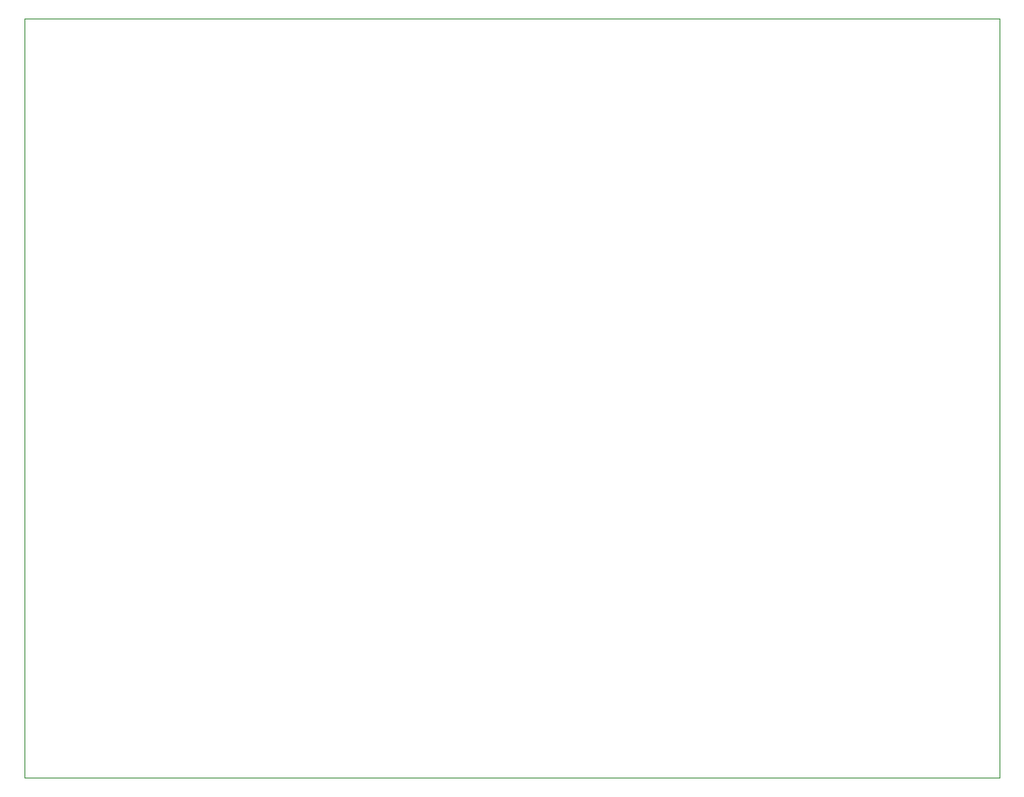
<source format=gbr>
G04 #@! TF.GenerationSoftware,KiCad,Pcbnew,(6.0.0-rc1-dev-1154-gcbd13c712)*
G04 #@! TF.CreationDate,2018-11-27T08:28:51+08:00*
G04 #@! TF.ProjectId,8330_EVA,38333330-5f45-4564-912e-6b696361645f,rev?*
G04 #@! TF.SameCoordinates,Original*
G04 #@! TF.FileFunction,Profile,NP*
%FSLAX46Y46*%
G04 Gerber Fmt 4.6, Leading zero omitted, Abs format (unit mm)*
G04 Created by KiCad (PCBNEW (6.0.0-rc1-dev-1154-gcbd13c712)) date 2018/11/27 8:28:51*
%MOMM*%
%LPD*%
G01*
G04 APERTURE LIST*
%ADD10C,0.050000*%
G04 APERTURE END LIST*
D10*
X204470000Y-53340000D02*
X106680000Y-53340000D01*
X204470000Y-129540000D02*
X204470000Y-53340000D01*
X106680000Y-129540000D02*
X204470000Y-129540000D01*
X106680000Y-53340000D02*
X106680000Y-129540000D01*
M02*

</source>
